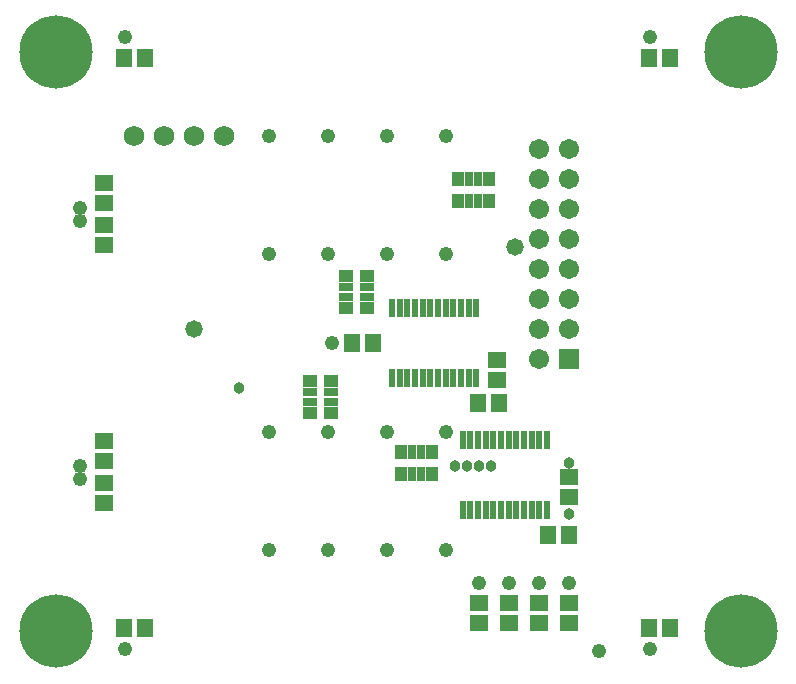
<source format=gbs>
G04 Layer_Color=16711935*
%FSLAX25Y25*%
%MOIN*%
G70*
G01*
G75*
%ADD36C,0.24409*%
%ADD37C,0.06800*%
%ADD38C,0.06706*%
%ADD39R,0.06706X0.06706*%
%ADD40C,0.05800*%
%ADD41C,0.04800*%
%ADD42C,0.03800*%
%ADD43R,0.06115X0.05328*%
%ADD44R,0.02375X0.06312*%
%ADD45R,0.05328X0.06115*%
%ADD46R,0.04147X0.04934*%
%ADD47R,0.03162X0.04934*%
%ADD48R,0.04934X0.04147*%
%ADD49R,0.04934X0.03162*%
D36*
X-71220Y96850D02*
D03*
X157126D02*
D03*
Y-96063D02*
D03*
X-71220D02*
D03*
D37*
X-15000Y68898D02*
D03*
X-25000D02*
D03*
X-35000D02*
D03*
X-45000D02*
D03*
D38*
X90000Y64764D02*
D03*
X100000D02*
D03*
X90000Y54764D02*
D03*
X100000D02*
D03*
X90000Y44764D02*
D03*
X100000D02*
D03*
X90000Y34764D02*
D03*
X100000D02*
D03*
X90000Y24764D02*
D03*
X100000D02*
D03*
X90000Y14764D02*
D03*
X100000D02*
D03*
X90000Y4764D02*
D03*
X100000D02*
D03*
X90000Y-5236D02*
D03*
D39*
X100000D02*
D03*
D40*
X-25000Y4764D02*
D03*
X82000Y32000D02*
D03*
D41*
X70000Y-80000D02*
D03*
X80000D02*
D03*
X90000D02*
D03*
X100000D02*
D03*
X-63000Y45000D02*
D03*
Y-41000D02*
D03*
Y-45276D02*
D03*
Y40764D02*
D03*
X59055Y29598D02*
D03*
X0Y68968D02*
D03*
X19685D02*
D03*
X39370D02*
D03*
X59055D02*
D03*
X0Y29598D02*
D03*
X39370D02*
D03*
X19685D02*
D03*
X-0Y-29598D02*
D03*
X19685D02*
D03*
X39370D02*
D03*
X59055D02*
D03*
X-0Y-68968D02*
D03*
X19685D02*
D03*
X39370D02*
D03*
X59055D02*
D03*
X109858Y-102858D02*
D03*
X21000Y0D02*
D03*
X127047Y-101953D02*
D03*
X-47953D02*
D03*
Y101953D02*
D03*
X127047D02*
D03*
D42*
X62000Y-41000D02*
D03*
X70000D02*
D03*
X74000D02*
D03*
X66000D02*
D03*
X-10000Y-15000D02*
D03*
X100000Y-57000D02*
D03*
Y-40000D02*
D03*
D43*
X70000Y-93445D02*
D03*
Y-86555D02*
D03*
X80000Y-93445D02*
D03*
Y-86555D02*
D03*
X90000Y-93445D02*
D03*
Y-86555D02*
D03*
X100000Y-93445D02*
D03*
Y-86555D02*
D03*
X-55000Y-53445D02*
D03*
Y-46555D02*
D03*
Y-32555D02*
D03*
Y-39445D02*
D03*
Y53445D02*
D03*
Y46555D02*
D03*
Y32555D02*
D03*
Y39445D02*
D03*
X100000Y-51445D02*
D03*
Y-44555D02*
D03*
X76000Y-12445D02*
D03*
Y-5555D02*
D03*
D44*
X92575Y-55614D02*
D03*
X90016D02*
D03*
X87457D02*
D03*
X84898D02*
D03*
X82339D02*
D03*
X79779D02*
D03*
X77220D02*
D03*
X74661D02*
D03*
X72102D02*
D03*
X69543D02*
D03*
X66984D02*
D03*
X64425D02*
D03*
X92575Y-32386D02*
D03*
X90016D02*
D03*
X87457D02*
D03*
X84898D02*
D03*
X82339D02*
D03*
X79779D02*
D03*
X77220D02*
D03*
X74661D02*
D03*
X72102D02*
D03*
X69543D02*
D03*
X66984D02*
D03*
X64425D02*
D03*
X69075Y-11614D02*
D03*
X66516D02*
D03*
X63957D02*
D03*
X61398D02*
D03*
X58839D02*
D03*
X56279D02*
D03*
X53720D02*
D03*
X51161D02*
D03*
X48602D02*
D03*
X46043D02*
D03*
X43484D02*
D03*
X40925D02*
D03*
X69075Y11614D02*
D03*
X66516D02*
D03*
X63957D02*
D03*
X61398D02*
D03*
X58839D02*
D03*
X56279D02*
D03*
X53720D02*
D03*
X51161D02*
D03*
X48602D02*
D03*
X46043D02*
D03*
X43484D02*
D03*
X40925D02*
D03*
D45*
X93055Y-64000D02*
D03*
X99945D02*
D03*
X69555Y-20000D02*
D03*
X76445D02*
D03*
X34445Y0D02*
D03*
X27555D02*
D03*
X-41555Y95000D02*
D03*
X-48445D02*
D03*
X133445D02*
D03*
X126555D02*
D03*
X133445Y-95000D02*
D03*
X126555D02*
D03*
X-41555D02*
D03*
X-48445D02*
D03*
D46*
X62783Y54543D02*
D03*
X73216D02*
D03*
X62783Y47457D02*
D03*
X73216D02*
D03*
X43784Y-36457D02*
D03*
X54216D02*
D03*
X43784Y-43543D02*
D03*
X54216D02*
D03*
D47*
X66425Y54543D02*
D03*
X69575D02*
D03*
X66425Y47457D02*
D03*
X69575D02*
D03*
X47425Y-36457D02*
D03*
X50575D02*
D03*
X47425Y-43543D02*
D03*
X50575D02*
D03*
D48*
X25457Y11784D02*
D03*
Y22217D02*
D03*
X32543Y11784D02*
D03*
Y22217D02*
D03*
X20543Y-12784D02*
D03*
Y-23216D02*
D03*
X13457Y-12784D02*
D03*
Y-23216D02*
D03*
D49*
X25457Y15425D02*
D03*
Y18575D02*
D03*
X32543Y15425D02*
D03*
Y18575D02*
D03*
X20543Y-16425D02*
D03*
Y-19575D02*
D03*
X13457Y-16425D02*
D03*
Y-19575D02*
D03*
M02*

</source>
